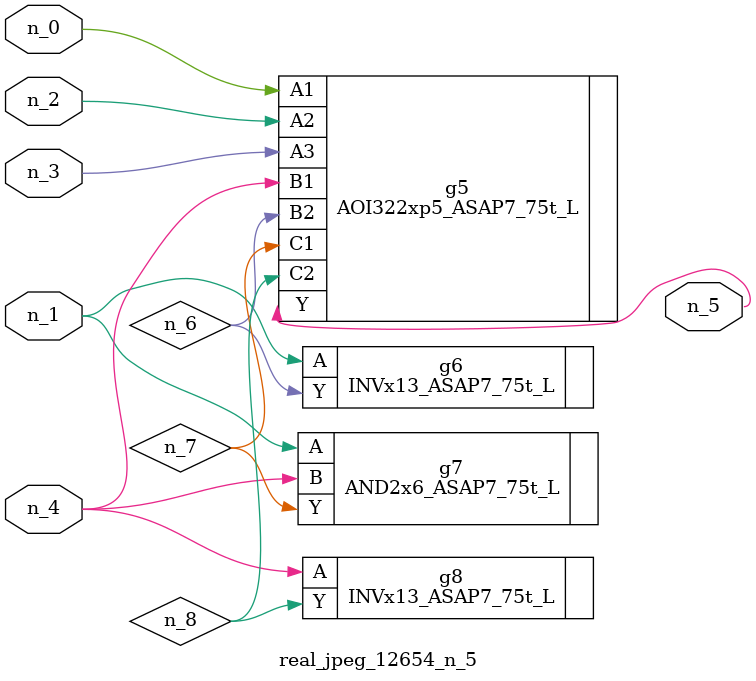
<source format=v>
module real_jpeg_12654_n_5 (n_4, n_0, n_1, n_2, n_3, n_5);

input n_4;
input n_0;
input n_1;
input n_2;
input n_3;

output n_5;

wire n_8;
wire n_6;
wire n_7;

AOI322xp5_ASAP7_75t_L g5 ( 
.A1(n_0),
.A2(n_2),
.A3(n_3),
.B1(n_4),
.B2(n_6),
.C1(n_7),
.C2(n_8),
.Y(n_5)
);

INVx13_ASAP7_75t_L g6 ( 
.A(n_1),
.Y(n_6)
);

AND2x6_ASAP7_75t_L g7 ( 
.A(n_1),
.B(n_4),
.Y(n_7)
);

INVx13_ASAP7_75t_L g8 ( 
.A(n_4),
.Y(n_8)
);


endmodule
</source>
